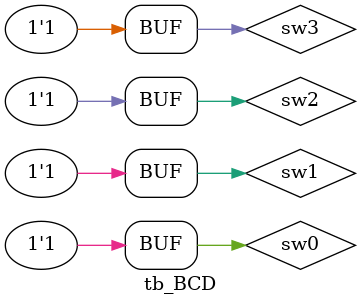
<source format=v>
`timescale 1ns / 1ps

module tb_BCD;

reg sw3, sw2, sw1, sw0;
wire a,b,c,d,e,f,g;

BCD uut (sw3,sw2,sw1,sw0,a,b,c,d,e,f,g); 

initial begin 
sw3 = 0; sw2 = 0; sw1 = 0; sw0 = 0;
#10
sw3 = 0; sw2 = 0; sw1 = 0; sw0 = 1;
#10
sw3 = 0; sw2 = 0; sw1 = 1; sw0 = 0;
#10
sw3 = 0; sw2 = 0; sw1 = 1; sw0 = 1;
#10
sw3 = 0; sw2 = 1; sw1 = 0; sw0 = 0;
#10
sw3 = 0; sw2 = 1; sw1 = 0; sw0 = 1;
#10
sw3 = 0; sw2 = 1; sw1 = 1; sw0 = 0;
#10
sw3 = 0; sw2 = 1; sw1 = 1; sw0 = 1;
#10
sw3 = 1; sw2 = 0; sw1 = 0; sw0 = 0;
#10
sw3 = 1; sw2 = 0; sw1 = 0; sw0 = 1;
#10
sw3 = 1; sw2 = 0; sw1 = 1; sw0 = 0;
#10
sw3 = 1; sw2 = 0; sw1 = 1; sw0 = 1;
#10
sw3 = 1; sw2 = 1; sw1 = 0; sw0 = 0;
#10
sw3 = 1; sw2 = 1; sw1 = 0; sw0 = 1;
#10
sw3 = 1; sw2 = 1; sw1 = 1; sw0 = 0;
#10
sw3 = 1; sw2 = 1; sw1 = 1; sw0 = 1;

end


endmodule

</source>
